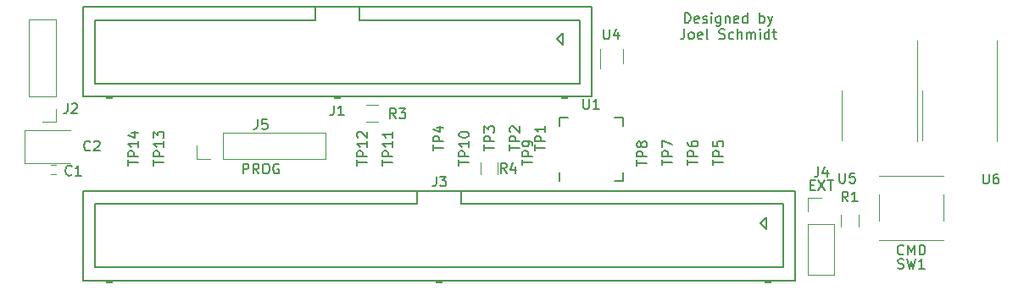
<source format=gbr>
G04 #@! TF.GenerationSoftware,KiCad,Pcbnew,(5.99.0-576-ga860ac506)*
G04 #@! TF.CreationDate,2020-08-23T19:59:58+02:00*
G04 #@! TF.ProjectId,50 pin to 34 pin Floppy Adapter,35302070-696e-4207-946f-203334207069,rev?*
G04 #@! TF.SameCoordinates,Original*
G04 #@! TF.FileFunction,Legend,Top*
G04 #@! TF.FilePolarity,Positive*
%FSLAX46Y46*%
G04 Gerber Fmt 4.6, Leading zero omitted, Abs format (unit mm)*
G04 Created by KiCad (PCBNEW (5.99.0-576-ga860ac506)) date 2020-08-23 19:59:58*
%MOMM*%
%LPD*%
G04 APERTURE LIST*
%ADD10C,0.150000*%
%ADD11C,0.120000*%
G04 APERTURE END LIST*
D10*
X88059166Y-22126380D02*
X88059166Y-21126380D01*
X88297261Y-21126380D01*
X88440119Y-21174000D01*
X88535357Y-21269238D01*
X88582976Y-21364476D01*
X88630595Y-21554952D01*
X88630595Y-21697809D01*
X88582976Y-21888285D01*
X88535357Y-21983523D01*
X88440119Y-22078761D01*
X88297261Y-22126380D01*
X88059166Y-22126380D01*
X89440119Y-22078761D02*
X89344880Y-22126380D01*
X89154404Y-22126380D01*
X89059166Y-22078761D01*
X89011547Y-21983523D01*
X89011547Y-21602571D01*
X89059166Y-21507333D01*
X89154404Y-21459714D01*
X89344880Y-21459714D01*
X89440119Y-21507333D01*
X89487738Y-21602571D01*
X89487738Y-21697809D01*
X89011547Y-21793047D01*
X89868690Y-22078761D02*
X89963928Y-22126380D01*
X90154404Y-22126380D01*
X90249642Y-22078761D01*
X90297261Y-21983523D01*
X90297261Y-21935904D01*
X90249642Y-21840666D01*
X90154404Y-21793047D01*
X90011547Y-21793047D01*
X89916309Y-21745428D01*
X89868690Y-21650190D01*
X89868690Y-21602571D01*
X89916309Y-21507333D01*
X90011547Y-21459714D01*
X90154404Y-21459714D01*
X90249642Y-21507333D01*
X90725833Y-22126380D02*
X90725833Y-21459714D01*
X90725833Y-21126380D02*
X90678214Y-21174000D01*
X90725833Y-21221619D01*
X90773452Y-21174000D01*
X90725833Y-21126380D01*
X90725833Y-21221619D01*
X91630595Y-21459714D02*
X91630595Y-22269238D01*
X91582976Y-22364476D01*
X91535357Y-22412095D01*
X91440119Y-22459714D01*
X91297261Y-22459714D01*
X91202023Y-22412095D01*
X91630595Y-22078761D02*
X91535357Y-22126380D01*
X91344880Y-22126380D01*
X91249642Y-22078761D01*
X91202023Y-22031142D01*
X91154404Y-21935904D01*
X91154404Y-21650190D01*
X91202023Y-21554952D01*
X91249642Y-21507333D01*
X91344880Y-21459714D01*
X91535357Y-21459714D01*
X91630595Y-21507333D01*
X92106785Y-21459714D02*
X92106785Y-22126380D01*
X92106785Y-21554952D02*
X92154404Y-21507333D01*
X92249642Y-21459714D01*
X92392500Y-21459714D01*
X92487738Y-21507333D01*
X92535357Y-21602571D01*
X92535357Y-22126380D01*
X93392500Y-22078761D02*
X93297261Y-22126380D01*
X93106785Y-22126380D01*
X93011547Y-22078761D01*
X92963928Y-21983523D01*
X92963928Y-21602571D01*
X93011547Y-21507333D01*
X93106785Y-21459714D01*
X93297261Y-21459714D01*
X93392500Y-21507333D01*
X93440119Y-21602571D01*
X93440119Y-21697809D01*
X92963928Y-21793047D01*
X94297261Y-22126380D02*
X94297261Y-21126380D01*
X94297261Y-22078761D02*
X94202023Y-22126380D01*
X94011547Y-22126380D01*
X93916309Y-22078761D01*
X93868690Y-22031142D01*
X93821071Y-21935904D01*
X93821071Y-21650190D01*
X93868690Y-21554952D01*
X93916309Y-21507333D01*
X94011547Y-21459714D01*
X94202023Y-21459714D01*
X94297261Y-21507333D01*
X95535357Y-22126380D02*
X95535357Y-21126380D01*
X95535357Y-21507333D02*
X95630595Y-21459714D01*
X95821071Y-21459714D01*
X95916309Y-21507333D01*
X95963928Y-21554952D01*
X96011547Y-21650190D01*
X96011547Y-21935904D01*
X95963928Y-22031142D01*
X95916309Y-22078761D01*
X95821071Y-22126380D01*
X95630595Y-22126380D01*
X95535357Y-22078761D01*
X96344880Y-21459714D02*
X96582976Y-22126380D01*
X96821071Y-21459714D02*
X96582976Y-22126380D01*
X96487738Y-22364476D01*
X96440119Y-22412095D01*
X96344880Y-22459714D01*
X88011547Y-22736380D02*
X88011547Y-23450666D01*
X87963928Y-23593523D01*
X87868690Y-23688761D01*
X87725833Y-23736380D01*
X87630595Y-23736380D01*
X88630595Y-23736380D02*
X88535357Y-23688761D01*
X88487738Y-23641142D01*
X88440119Y-23545904D01*
X88440119Y-23260190D01*
X88487738Y-23164952D01*
X88535357Y-23117333D01*
X88630595Y-23069714D01*
X88773452Y-23069714D01*
X88868690Y-23117333D01*
X88916309Y-23164952D01*
X88963928Y-23260190D01*
X88963928Y-23545904D01*
X88916309Y-23641142D01*
X88868690Y-23688761D01*
X88773452Y-23736380D01*
X88630595Y-23736380D01*
X89773452Y-23688761D02*
X89678214Y-23736380D01*
X89487738Y-23736380D01*
X89392500Y-23688761D01*
X89344880Y-23593523D01*
X89344880Y-23212571D01*
X89392500Y-23117333D01*
X89487738Y-23069714D01*
X89678214Y-23069714D01*
X89773452Y-23117333D01*
X89821071Y-23212571D01*
X89821071Y-23307809D01*
X89344880Y-23403047D01*
X90392500Y-23736380D02*
X90297261Y-23688761D01*
X90249642Y-23593523D01*
X90249642Y-22736380D01*
X91487738Y-23688761D02*
X91630595Y-23736380D01*
X91868690Y-23736380D01*
X91963928Y-23688761D01*
X92011547Y-23641142D01*
X92059166Y-23545904D01*
X92059166Y-23450666D01*
X92011547Y-23355428D01*
X91963928Y-23307809D01*
X91868690Y-23260190D01*
X91678214Y-23212571D01*
X91582976Y-23164952D01*
X91535357Y-23117333D01*
X91487738Y-23022095D01*
X91487738Y-22926857D01*
X91535357Y-22831619D01*
X91582976Y-22784000D01*
X91678214Y-22736380D01*
X91916309Y-22736380D01*
X92059166Y-22784000D01*
X92916309Y-23688761D02*
X92821071Y-23736380D01*
X92630595Y-23736380D01*
X92535357Y-23688761D01*
X92487738Y-23641142D01*
X92440119Y-23545904D01*
X92440119Y-23260190D01*
X92487738Y-23164952D01*
X92535357Y-23117333D01*
X92630595Y-23069714D01*
X92821071Y-23069714D01*
X92916309Y-23117333D01*
X93344880Y-23736380D02*
X93344880Y-22736380D01*
X93773452Y-23736380D02*
X93773452Y-23212571D01*
X93725833Y-23117333D01*
X93630595Y-23069714D01*
X93487738Y-23069714D01*
X93392500Y-23117333D01*
X93344880Y-23164952D01*
X94249642Y-23736380D02*
X94249642Y-23069714D01*
X94249642Y-23164952D02*
X94297261Y-23117333D01*
X94392500Y-23069714D01*
X94535357Y-23069714D01*
X94630595Y-23117333D01*
X94678214Y-23212571D01*
X94678214Y-23736380D01*
X94678214Y-23212571D02*
X94725833Y-23117333D01*
X94821071Y-23069714D01*
X94963928Y-23069714D01*
X95059166Y-23117333D01*
X95106785Y-23212571D01*
X95106785Y-23736380D01*
X95582976Y-23736380D02*
X95582976Y-23069714D01*
X95582976Y-22736380D02*
X95535357Y-22784000D01*
X95582976Y-22831619D01*
X95630595Y-22784000D01*
X95582976Y-22736380D01*
X95582976Y-22831619D01*
X96487738Y-23736380D02*
X96487738Y-22736380D01*
X96487738Y-23688761D02*
X96392500Y-23736380D01*
X96202023Y-23736380D01*
X96106785Y-23688761D01*
X96059166Y-23641142D01*
X96011547Y-23545904D01*
X96011547Y-23260190D01*
X96059166Y-23164952D01*
X96106785Y-23117333D01*
X96202023Y-23069714D01*
X96392500Y-23069714D01*
X96487738Y-23117333D01*
X96821071Y-23069714D02*
X97202023Y-23069714D01*
X96963928Y-22736380D02*
X96963928Y-23593523D01*
X97011547Y-23688761D01*
X97106785Y-23736380D01*
X97202023Y-23736380D01*
X43934285Y-37218880D02*
X43934285Y-36218880D01*
X44315238Y-36218880D01*
X44410476Y-36266500D01*
X44458095Y-36314119D01*
X44505714Y-36409357D01*
X44505714Y-36552214D01*
X44458095Y-36647452D01*
X44410476Y-36695071D01*
X44315238Y-36742690D01*
X43934285Y-36742690D01*
X45505714Y-37218880D02*
X45172380Y-36742690D01*
X44934285Y-37218880D02*
X44934285Y-36218880D01*
X45315238Y-36218880D01*
X45410476Y-36266500D01*
X45458095Y-36314119D01*
X45505714Y-36409357D01*
X45505714Y-36552214D01*
X45458095Y-36647452D01*
X45410476Y-36695071D01*
X45315238Y-36742690D01*
X44934285Y-36742690D01*
X46124761Y-36218880D02*
X46315238Y-36218880D01*
X46410476Y-36266500D01*
X46505714Y-36361738D01*
X46553333Y-36552214D01*
X46553333Y-36885547D01*
X46505714Y-37076023D01*
X46410476Y-37171261D01*
X46315238Y-37218880D01*
X46124761Y-37218880D01*
X46029523Y-37171261D01*
X45934285Y-37076023D01*
X45886666Y-36885547D01*
X45886666Y-36552214D01*
X45934285Y-36361738D01*
X46029523Y-36266500D01*
X46124761Y-36218880D01*
X47505714Y-36266500D02*
X47410476Y-36218880D01*
X47267619Y-36218880D01*
X47124761Y-36266500D01*
X47029523Y-36361738D01*
X46981904Y-36456976D01*
X46934285Y-36647452D01*
X46934285Y-36790309D01*
X46981904Y-36980785D01*
X47029523Y-37076023D01*
X47124761Y-37171261D01*
X47267619Y-37218880D01*
X47362857Y-37218880D01*
X47505714Y-37171261D01*
X47553333Y-37123642D01*
X47553333Y-36790309D01*
X47362857Y-36790309D01*
X100592071Y-38346071D02*
X100925404Y-38346071D01*
X101068261Y-38869880D02*
X100592071Y-38869880D01*
X100592071Y-37869880D01*
X101068261Y-37869880D01*
X101401595Y-37869880D02*
X102068261Y-38869880D01*
X102068261Y-37869880D02*
X101401595Y-38869880D01*
X102306357Y-37869880D02*
X102877785Y-37869880D01*
X102592071Y-38869880D02*
X102592071Y-37869880D01*
X109918595Y-45251642D02*
X109870976Y-45299261D01*
X109728119Y-45346880D01*
X109632880Y-45346880D01*
X109490023Y-45299261D01*
X109394785Y-45204023D01*
X109347166Y-45108785D01*
X109299547Y-44918309D01*
X109299547Y-44775452D01*
X109347166Y-44584976D01*
X109394785Y-44489738D01*
X109490023Y-44394500D01*
X109632880Y-44346880D01*
X109728119Y-44346880D01*
X109870976Y-44394500D01*
X109918595Y-44442119D01*
X110347166Y-45346880D02*
X110347166Y-44346880D01*
X110680500Y-45061166D01*
X111013833Y-44346880D01*
X111013833Y-45346880D01*
X111490023Y-45346880D02*
X111490023Y-44346880D01*
X111728119Y-44346880D01*
X111870976Y-44394500D01*
X111966214Y-44489738D01*
X112013833Y-44584976D01*
X112061452Y-44775452D01*
X112061452Y-44918309D01*
X112013833Y-45108785D01*
X111966214Y-45204023D01*
X111870976Y-45299261D01*
X111728119Y-45346880D01*
X111490023Y-45346880D01*
D11*
X81932000Y-26163500D02*
X81932000Y-24763500D01*
X79612000Y-24763500D02*
X79612000Y-26663500D01*
D10*
X99050000Y-38964000D02*
X99050000Y-47904000D01*
X99050000Y-47904000D02*
X27950000Y-47904000D01*
X27950000Y-47904000D02*
X27950000Y-38964000D01*
X27950000Y-38964000D02*
X99050000Y-38964000D01*
X65725000Y-38964000D02*
X65725000Y-40264000D01*
X65725000Y-40264000D02*
X97850000Y-40264000D01*
X97850000Y-40264000D02*
X97850000Y-46604000D01*
X97850000Y-46604000D02*
X29150000Y-46604000D01*
X29150000Y-46604000D02*
X29150000Y-40264000D01*
X29150000Y-40264000D02*
X61275000Y-40264000D01*
X61275000Y-40264000D02*
X61275000Y-38964000D01*
X63750000Y-47904000D02*
X63750000Y-48104000D01*
X63750000Y-48104000D02*
X63250000Y-48104000D01*
X63250000Y-48104000D02*
X63250000Y-47904000D01*
X63750000Y-48004000D02*
X63250000Y-48004000D01*
X30870000Y-47904000D02*
X30870000Y-48104000D01*
X30870000Y-48104000D02*
X30370000Y-48104000D01*
X30370000Y-48104000D02*
X30370000Y-47904000D01*
X30870000Y-48004000D02*
X30370000Y-48004000D01*
X96630000Y-47904000D02*
X96630000Y-48104000D01*
X96630000Y-48104000D02*
X96130000Y-48104000D01*
X96130000Y-48104000D02*
X96130000Y-47904000D01*
X96630000Y-48004000D02*
X96130000Y-48004000D01*
X96180000Y-41564000D02*
X96180000Y-42764000D01*
X96180000Y-42764000D02*
X95580000Y-42164000D01*
X95580000Y-42164000D02*
X96180000Y-41564000D01*
D11*
X22155500Y-32830500D02*
X22155500Y-36130500D01*
X22155500Y-36130500D02*
X26705500Y-36130500D01*
X22155500Y-32830500D02*
X26705500Y-32830500D01*
X24705500Y-37300000D02*
X25205500Y-37300000D01*
X25205500Y-36360000D02*
X24705500Y-36360000D01*
X39310000Y-35747000D02*
X39310000Y-34417000D01*
X40640000Y-35747000D02*
X39310000Y-35747000D01*
X41910000Y-35747000D02*
X41910000Y-33087000D01*
X41910000Y-33087000D02*
X52130000Y-33087000D01*
X41910000Y-35747000D02*
X52130000Y-35747000D01*
X52130000Y-35747000D02*
X52130000Y-33087000D01*
X69396500Y-36105500D02*
X69396500Y-37305500D01*
X67636500Y-37305500D02*
X67636500Y-36105500D01*
X57432500Y-32058500D02*
X56232500Y-32058500D01*
X56232500Y-30298500D02*
X57432500Y-30298500D01*
X103641000Y-42510000D02*
X103641000Y-41310000D01*
X105401000Y-41310000D02*
X105401000Y-42510000D01*
X111770000Y-33919500D02*
X111770000Y-28919500D01*
X119260000Y-23869500D02*
X119260000Y-33989500D01*
X103769000Y-33919500D02*
X103769000Y-28919500D01*
X111259000Y-23869500D02*
X111259000Y-33989500D01*
X107450500Y-43870000D02*
X107450500Y-43840000D01*
X107450500Y-37410000D02*
X107450500Y-37440000D01*
X113910500Y-37410000D02*
X113910500Y-37440000D01*
X113910500Y-43840000D02*
X113910500Y-43870000D01*
X107450500Y-41940000D02*
X107450500Y-39340000D01*
X113910500Y-43870000D02*
X107450500Y-43870000D01*
X113910500Y-41940000D02*
X113910500Y-39340000D01*
X113910500Y-37410000D02*
X107450500Y-37410000D01*
D10*
X75566750Y-31624750D02*
X76356750Y-31624750D01*
X81866750Y-37924750D02*
X81076750Y-37924750D01*
X81866750Y-31624750D02*
X81076750Y-31624750D01*
X75566750Y-37924750D02*
X75566750Y-37134750D01*
X81866750Y-37924750D02*
X81866750Y-37134750D01*
X81866750Y-31624750D02*
X81866750Y-32414750D01*
X75566750Y-31624750D02*
X75566750Y-32414750D01*
X78730000Y-20550000D02*
X78730000Y-29490000D01*
X78730000Y-29490000D02*
X27950000Y-29490000D01*
X27950000Y-29490000D02*
X27950000Y-20550000D01*
X27950000Y-20550000D02*
X78730000Y-20550000D01*
X55565000Y-20550000D02*
X55565000Y-21850000D01*
X55565000Y-21850000D02*
X77530000Y-21850000D01*
X77530000Y-21850000D02*
X77530000Y-28190000D01*
X77530000Y-28190000D02*
X29150000Y-28190000D01*
X29150000Y-28190000D02*
X29150000Y-21850000D01*
X29150000Y-21850000D02*
X51115000Y-21850000D01*
X51115000Y-21850000D02*
X51115000Y-20550000D01*
X53590000Y-29490000D02*
X53590000Y-29690000D01*
X53590000Y-29690000D02*
X53090000Y-29690000D01*
X53090000Y-29690000D02*
X53090000Y-29490000D01*
X53590000Y-29590000D02*
X53090000Y-29590000D01*
X30870000Y-29490000D02*
X30870000Y-29690000D01*
X30870000Y-29690000D02*
X30370000Y-29690000D01*
X30370000Y-29690000D02*
X30370000Y-29490000D01*
X30870000Y-29590000D02*
X30370000Y-29590000D01*
X76310000Y-29490000D02*
X76310000Y-29690000D01*
X76310000Y-29690000D02*
X75810000Y-29690000D01*
X75810000Y-29690000D02*
X75810000Y-29490000D01*
X76310000Y-29590000D02*
X75810000Y-29590000D01*
X75860000Y-23150000D02*
X75860000Y-24350000D01*
X75860000Y-24350000D02*
X75260000Y-23750000D01*
X75260000Y-23750000D02*
X75860000Y-23150000D01*
D11*
X25206000Y-32064000D02*
X23876000Y-32064000D01*
X25206000Y-30734000D02*
X25206000Y-32064000D01*
X25206000Y-29464000D02*
X22546000Y-29464000D01*
X22546000Y-29464000D02*
X22546000Y-21784000D01*
X25206000Y-29464000D02*
X25206000Y-21784000D01*
X25206000Y-21784000D02*
X22546000Y-21784000D01*
X100333500Y-39627500D02*
X101663500Y-39627500D01*
X100333500Y-40957500D02*
X100333500Y-39627500D01*
X100333500Y-42227500D02*
X102993500Y-42227500D01*
X102993500Y-42227500D02*
X102993500Y-47367500D01*
X100333500Y-42227500D02*
X100333500Y-47367500D01*
X100333500Y-47367500D02*
X102993500Y-47367500D01*
D10*
X79946595Y-22756880D02*
X79946595Y-23566404D01*
X79994214Y-23661642D01*
X80041833Y-23709261D01*
X80137071Y-23756880D01*
X80327547Y-23756880D01*
X80422785Y-23709261D01*
X80470404Y-23661642D01*
X80518023Y-23566404D01*
X80518023Y-22756880D01*
X81422785Y-23090214D02*
X81422785Y-23756880D01*
X81184690Y-22709261D02*
X80946595Y-23423547D01*
X81565642Y-23423547D01*
X70572380Y-34916904D02*
X70572380Y-34345476D01*
X71572380Y-34631190D02*
X70572380Y-34631190D01*
X71572380Y-34012142D02*
X70572380Y-34012142D01*
X70572380Y-33631190D01*
X70620000Y-33535952D01*
X70667619Y-33488333D01*
X70762857Y-33440714D01*
X70905714Y-33440714D01*
X71000952Y-33488333D01*
X71048571Y-33535952D01*
X71096190Y-33631190D01*
X71096190Y-34012142D01*
X70667619Y-33059761D02*
X70620000Y-33012142D01*
X70572380Y-32916904D01*
X70572380Y-32678809D01*
X70620000Y-32583571D01*
X70667619Y-32535952D01*
X70762857Y-32488333D01*
X70858095Y-32488333D01*
X71000952Y-32535952D01*
X71572380Y-33107380D01*
X71572380Y-32488333D01*
X63230166Y-37488880D02*
X63230166Y-38203166D01*
X63182547Y-38346023D01*
X63087309Y-38441261D01*
X62944452Y-38488880D01*
X62849214Y-38488880D01*
X63611119Y-37488880D02*
X64230166Y-37488880D01*
X63896833Y-37869833D01*
X64039690Y-37869833D01*
X64134928Y-37917452D01*
X64182547Y-37965071D01*
X64230166Y-38060309D01*
X64230166Y-38298404D01*
X64182547Y-38393642D01*
X64134928Y-38441261D01*
X64039690Y-38488880D01*
X63753976Y-38488880D01*
X63658738Y-38441261D01*
X63611119Y-38393642D01*
X28662333Y-34837642D02*
X28614714Y-34885261D01*
X28471857Y-34932880D01*
X28376619Y-34932880D01*
X28233761Y-34885261D01*
X28138523Y-34790023D01*
X28090904Y-34694785D01*
X28043285Y-34504309D01*
X28043285Y-34361452D01*
X28090904Y-34170976D01*
X28138523Y-34075738D01*
X28233761Y-33980500D01*
X28376619Y-33932880D01*
X28471857Y-33932880D01*
X28614714Y-33980500D01*
X28662333Y-34028119D01*
X29043285Y-34028119D02*
X29090904Y-33980500D01*
X29186142Y-33932880D01*
X29424238Y-33932880D01*
X29519476Y-33980500D01*
X29567095Y-34028119D01*
X29614714Y-34123357D01*
X29614714Y-34218595D01*
X29567095Y-34361452D01*
X28995666Y-34932880D01*
X29614714Y-34932880D01*
X26820833Y-37314142D02*
X26773214Y-37361761D01*
X26630357Y-37409380D01*
X26535119Y-37409380D01*
X26392261Y-37361761D01*
X26297023Y-37266523D01*
X26249404Y-37171285D01*
X26201785Y-36980809D01*
X26201785Y-36837952D01*
X26249404Y-36647476D01*
X26297023Y-36552238D01*
X26392261Y-36457000D01*
X26535119Y-36409380D01*
X26630357Y-36409380D01*
X26773214Y-36457000D01*
X26820833Y-36504619D01*
X27773214Y-37409380D02*
X27201785Y-37409380D01*
X27487500Y-37409380D02*
X27487500Y-36409380D01*
X27392261Y-36552238D01*
X27297023Y-36647476D01*
X27201785Y-36695095D01*
X45386666Y-31773880D02*
X45386666Y-32488166D01*
X45339047Y-32631023D01*
X45243809Y-32726261D01*
X45100952Y-32773880D01*
X45005714Y-32773880D01*
X46339047Y-31773880D02*
X45862857Y-31773880D01*
X45815238Y-32250071D01*
X45862857Y-32202452D01*
X45958095Y-32154833D01*
X46196190Y-32154833D01*
X46291428Y-32202452D01*
X46339047Y-32250071D01*
X46386666Y-32345309D01*
X46386666Y-32583404D01*
X46339047Y-32678642D01*
X46291428Y-32726261D01*
X46196190Y-32773880D01*
X45958095Y-32773880D01*
X45862857Y-32726261D01*
X45815238Y-32678642D01*
X70254833Y-37155380D02*
X69921500Y-36679190D01*
X69683404Y-37155380D02*
X69683404Y-36155380D01*
X70064357Y-36155380D01*
X70159595Y-36203000D01*
X70207214Y-36250619D01*
X70254833Y-36345857D01*
X70254833Y-36488714D01*
X70207214Y-36583952D01*
X70159595Y-36631571D01*
X70064357Y-36679190D01*
X69683404Y-36679190D01*
X71111976Y-36488714D02*
X71111976Y-37155380D01*
X70873880Y-36107761D02*
X70635785Y-36822047D01*
X71254833Y-36822047D01*
X59205833Y-31694380D02*
X58872500Y-31218190D01*
X58634404Y-31694380D02*
X58634404Y-30694380D01*
X59015357Y-30694380D01*
X59110595Y-30742000D01*
X59158214Y-30789619D01*
X59205833Y-30884857D01*
X59205833Y-31027714D01*
X59158214Y-31122952D01*
X59110595Y-31170571D01*
X59015357Y-31218190D01*
X58634404Y-31218190D01*
X59539166Y-30694380D02*
X60158214Y-30694380D01*
X59824880Y-31075333D01*
X59967738Y-31075333D01*
X60062976Y-31122952D01*
X60110595Y-31170571D01*
X60158214Y-31265809D01*
X60158214Y-31503904D01*
X60110595Y-31599142D01*
X60062976Y-31646761D01*
X59967738Y-31694380D01*
X59682023Y-31694380D01*
X59586785Y-31646761D01*
X59539166Y-31599142D01*
X104354333Y-40015380D02*
X104021000Y-39539190D01*
X103782904Y-40015380D02*
X103782904Y-39015380D01*
X104163857Y-39015380D01*
X104259095Y-39063000D01*
X104306714Y-39110619D01*
X104354333Y-39205857D01*
X104354333Y-39348714D01*
X104306714Y-39443952D01*
X104259095Y-39491571D01*
X104163857Y-39539190D01*
X103782904Y-39539190D01*
X105306714Y-40015380D02*
X104735285Y-40015380D01*
X105021000Y-40015380D02*
X105021000Y-39015380D01*
X104925761Y-39158238D01*
X104830523Y-39253476D01*
X104735285Y-39301095D01*
X117856095Y-37234880D02*
X117856095Y-38044404D01*
X117903714Y-38139642D01*
X117951333Y-38187261D01*
X118046571Y-38234880D01*
X118237047Y-38234880D01*
X118332285Y-38187261D01*
X118379904Y-38139642D01*
X118427523Y-38044404D01*
X118427523Y-37234880D01*
X119332285Y-37234880D02*
X119141809Y-37234880D01*
X119046571Y-37282500D01*
X118998952Y-37330119D01*
X118903714Y-37472976D01*
X118856095Y-37663452D01*
X118856095Y-38044404D01*
X118903714Y-38139642D01*
X118951333Y-38187261D01*
X119046571Y-38234880D01*
X119237047Y-38234880D01*
X119332285Y-38187261D01*
X119379904Y-38139642D01*
X119427523Y-38044404D01*
X119427523Y-37806309D01*
X119379904Y-37711071D01*
X119332285Y-37663452D01*
X119237047Y-37615833D01*
X119046571Y-37615833D01*
X118951333Y-37663452D01*
X118903714Y-37711071D01*
X118856095Y-37806309D01*
X103505095Y-37171380D02*
X103505095Y-37980904D01*
X103552714Y-38076142D01*
X103600333Y-38123761D01*
X103695571Y-38171380D01*
X103886047Y-38171380D01*
X103981285Y-38123761D01*
X104028904Y-38076142D01*
X104076523Y-37980904D01*
X104076523Y-37171380D01*
X105028904Y-37171380D02*
X104552714Y-37171380D01*
X104505095Y-37647571D01*
X104552714Y-37599952D01*
X104647952Y-37552333D01*
X104886047Y-37552333D01*
X104981285Y-37599952D01*
X105028904Y-37647571D01*
X105076523Y-37742809D01*
X105076523Y-37980904D01*
X105028904Y-38076142D01*
X104981285Y-38123761D01*
X104886047Y-38171380D01*
X104647952Y-38171380D01*
X104552714Y-38123761D01*
X104505095Y-38076142D01*
X109347166Y-46696261D02*
X109490023Y-46743880D01*
X109728119Y-46743880D01*
X109823357Y-46696261D01*
X109870976Y-46648642D01*
X109918595Y-46553404D01*
X109918595Y-46458166D01*
X109870976Y-46362928D01*
X109823357Y-46315309D01*
X109728119Y-46267690D01*
X109537642Y-46220071D01*
X109442404Y-46172452D01*
X109394785Y-46124833D01*
X109347166Y-46029595D01*
X109347166Y-45934357D01*
X109394785Y-45839119D01*
X109442404Y-45791500D01*
X109537642Y-45743880D01*
X109775738Y-45743880D01*
X109918595Y-45791500D01*
X110251928Y-45743880D02*
X110490023Y-46743880D01*
X110680500Y-46029595D01*
X110870976Y-46743880D01*
X111109071Y-45743880D01*
X112013833Y-46743880D02*
X111442404Y-46743880D01*
X111728119Y-46743880D02*
X111728119Y-45743880D01*
X111632880Y-45886738D01*
X111537642Y-45981976D01*
X111442404Y-46029595D01*
X77914595Y-29741880D02*
X77914595Y-30551404D01*
X77962214Y-30646642D01*
X78009833Y-30694261D01*
X78105071Y-30741880D01*
X78295547Y-30741880D01*
X78390785Y-30694261D01*
X78438404Y-30646642D01*
X78486023Y-30551404D01*
X78486023Y-29741880D01*
X79486023Y-30741880D02*
X78914595Y-30741880D01*
X79200309Y-30741880D02*
X79200309Y-29741880D01*
X79105071Y-29884738D01*
X79009833Y-29979976D01*
X78914595Y-30027595D01*
X53006666Y-30376880D02*
X53006666Y-31091166D01*
X52959047Y-31234023D01*
X52863809Y-31329261D01*
X52720952Y-31376880D01*
X52625714Y-31376880D01*
X54006666Y-31376880D02*
X53435238Y-31376880D01*
X53720952Y-31376880D02*
X53720952Y-30376880D01*
X53625714Y-30519738D01*
X53530476Y-30614976D01*
X53435238Y-30662595D01*
X26400166Y-30186380D02*
X26400166Y-30900666D01*
X26352547Y-31043523D01*
X26257309Y-31138761D01*
X26114452Y-31186380D01*
X26019214Y-31186380D01*
X26828738Y-30281619D02*
X26876357Y-30234000D01*
X26971595Y-30186380D01*
X27209690Y-30186380D01*
X27304928Y-30234000D01*
X27352547Y-30281619D01*
X27400166Y-30376857D01*
X27400166Y-30472095D01*
X27352547Y-30614952D01*
X26781119Y-31186380D01*
X27400166Y-31186380D01*
X32472380Y-36409095D02*
X32472380Y-35837666D01*
X33472380Y-36123380D02*
X32472380Y-36123380D01*
X33472380Y-35504333D02*
X32472380Y-35504333D01*
X32472380Y-35123380D01*
X32520000Y-35028142D01*
X32567619Y-34980523D01*
X32662857Y-34932904D01*
X32805714Y-34932904D01*
X32900952Y-34980523D01*
X32948571Y-35028142D01*
X32996190Y-35123380D01*
X32996190Y-35504333D01*
X33472380Y-33980523D02*
X33472380Y-34551952D01*
X33472380Y-34266238D02*
X32472380Y-34266238D01*
X32615238Y-34361476D01*
X32710476Y-34456714D01*
X32758095Y-34551952D01*
X32805714Y-33123380D02*
X33472380Y-33123380D01*
X32424761Y-33361476D02*
X33139047Y-33599571D01*
X33139047Y-32980523D01*
X35012380Y-36409095D02*
X35012380Y-35837666D01*
X36012380Y-36123380D02*
X35012380Y-36123380D01*
X36012380Y-35504333D02*
X35012380Y-35504333D01*
X35012380Y-35123380D01*
X35060000Y-35028142D01*
X35107619Y-34980523D01*
X35202857Y-34932904D01*
X35345714Y-34932904D01*
X35440952Y-34980523D01*
X35488571Y-35028142D01*
X35536190Y-35123380D01*
X35536190Y-35504333D01*
X36012380Y-33980523D02*
X36012380Y-34551952D01*
X36012380Y-34266238D02*
X35012380Y-34266238D01*
X35155238Y-34361476D01*
X35250476Y-34456714D01*
X35298095Y-34551952D01*
X35012380Y-33647190D02*
X35012380Y-33028142D01*
X35393333Y-33361476D01*
X35393333Y-33218619D01*
X35440952Y-33123380D01*
X35488571Y-33075761D01*
X35583809Y-33028142D01*
X35821904Y-33028142D01*
X35917142Y-33075761D01*
X35964761Y-33123380D01*
X36012380Y-33218619D01*
X36012380Y-33504333D01*
X35964761Y-33599571D01*
X35917142Y-33647190D01*
X55332380Y-36409095D02*
X55332380Y-35837666D01*
X56332380Y-36123380D02*
X55332380Y-36123380D01*
X56332380Y-35504333D02*
X55332380Y-35504333D01*
X55332380Y-35123380D01*
X55380000Y-35028142D01*
X55427619Y-34980523D01*
X55522857Y-34932904D01*
X55665714Y-34932904D01*
X55760952Y-34980523D01*
X55808571Y-35028142D01*
X55856190Y-35123380D01*
X55856190Y-35504333D01*
X56332380Y-33980523D02*
X56332380Y-34551952D01*
X56332380Y-34266238D02*
X55332380Y-34266238D01*
X55475238Y-34361476D01*
X55570476Y-34456714D01*
X55618095Y-34551952D01*
X55427619Y-33599571D02*
X55380000Y-33551952D01*
X55332380Y-33456714D01*
X55332380Y-33218619D01*
X55380000Y-33123380D01*
X55427619Y-33075761D01*
X55522857Y-33028142D01*
X55618095Y-33028142D01*
X55760952Y-33075761D01*
X56332380Y-33647190D01*
X56332380Y-33028142D01*
X57872380Y-36409095D02*
X57872380Y-35837666D01*
X58872380Y-36123380D02*
X57872380Y-36123380D01*
X58872380Y-35504333D02*
X57872380Y-35504333D01*
X57872380Y-35123380D01*
X57920000Y-35028142D01*
X57967619Y-34980523D01*
X58062857Y-34932904D01*
X58205714Y-34932904D01*
X58300952Y-34980523D01*
X58348571Y-35028142D01*
X58396190Y-35123380D01*
X58396190Y-35504333D01*
X58872380Y-33980523D02*
X58872380Y-34551952D01*
X58872380Y-34266238D02*
X57872380Y-34266238D01*
X58015238Y-34361476D01*
X58110476Y-34456714D01*
X58158095Y-34551952D01*
X58872380Y-33028142D02*
X58872380Y-33599571D01*
X58872380Y-33313857D02*
X57872380Y-33313857D01*
X58015238Y-33409095D01*
X58110476Y-33504333D01*
X58158095Y-33599571D01*
X65492380Y-36409095D02*
X65492380Y-35837666D01*
X66492380Y-36123380D02*
X65492380Y-36123380D01*
X66492380Y-35504333D02*
X65492380Y-35504333D01*
X65492380Y-35123380D01*
X65540000Y-35028142D01*
X65587619Y-34980523D01*
X65682857Y-34932904D01*
X65825714Y-34932904D01*
X65920952Y-34980523D01*
X65968571Y-35028142D01*
X66016190Y-35123380D01*
X66016190Y-35504333D01*
X66492380Y-33980523D02*
X66492380Y-34551952D01*
X66492380Y-34266238D02*
X65492380Y-34266238D01*
X65635238Y-34361476D01*
X65730476Y-34456714D01*
X65778095Y-34551952D01*
X65492380Y-33361476D02*
X65492380Y-33266238D01*
X65540000Y-33171000D01*
X65587619Y-33123380D01*
X65682857Y-33075761D01*
X65873333Y-33028142D01*
X66111428Y-33028142D01*
X66301904Y-33075761D01*
X66397142Y-33123380D01*
X66444761Y-33171000D01*
X66492380Y-33266238D01*
X66492380Y-33361476D01*
X66444761Y-33456714D01*
X66397142Y-33504333D01*
X66301904Y-33551952D01*
X66111428Y-33599571D01*
X65873333Y-33599571D01*
X65682857Y-33551952D01*
X65587619Y-33504333D01*
X65540000Y-33456714D01*
X65492380Y-33361476D01*
X71842380Y-36377404D02*
X71842380Y-35805976D01*
X72842380Y-36091690D02*
X71842380Y-36091690D01*
X72842380Y-35472642D02*
X71842380Y-35472642D01*
X71842380Y-35091690D01*
X71890000Y-34996452D01*
X71937619Y-34948833D01*
X72032857Y-34901214D01*
X72175714Y-34901214D01*
X72270952Y-34948833D01*
X72318571Y-34996452D01*
X72366190Y-35091690D01*
X72366190Y-35472642D01*
X72842380Y-34425023D02*
X72842380Y-34234547D01*
X72794761Y-34139309D01*
X72747142Y-34091690D01*
X72604285Y-33996452D01*
X72413809Y-33948833D01*
X72032857Y-33948833D01*
X71937619Y-33996452D01*
X71890000Y-34044071D01*
X71842380Y-34139309D01*
X71842380Y-34329785D01*
X71890000Y-34425023D01*
X71937619Y-34472642D01*
X72032857Y-34520261D01*
X72270952Y-34520261D01*
X72366190Y-34472642D01*
X72413809Y-34425023D01*
X72461428Y-34329785D01*
X72461428Y-34139309D01*
X72413809Y-34044071D01*
X72366190Y-33996452D01*
X72270952Y-33948833D01*
X83272380Y-36440904D02*
X83272380Y-35869476D01*
X84272380Y-36155190D02*
X83272380Y-36155190D01*
X84272380Y-35536142D02*
X83272380Y-35536142D01*
X83272380Y-35155190D01*
X83320000Y-35059952D01*
X83367619Y-35012333D01*
X83462857Y-34964714D01*
X83605714Y-34964714D01*
X83700952Y-35012333D01*
X83748571Y-35059952D01*
X83796190Y-35155190D01*
X83796190Y-35536142D01*
X83700952Y-34393285D02*
X83653333Y-34488523D01*
X83605714Y-34536142D01*
X83510476Y-34583761D01*
X83462857Y-34583761D01*
X83367619Y-34536142D01*
X83320000Y-34488523D01*
X83272380Y-34393285D01*
X83272380Y-34202809D01*
X83320000Y-34107571D01*
X83367619Y-34059952D01*
X83462857Y-34012333D01*
X83510476Y-34012333D01*
X83605714Y-34059952D01*
X83653333Y-34107571D01*
X83700952Y-34202809D01*
X83700952Y-34393285D01*
X83748571Y-34488523D01*
X83796190Y-34536142D01*
X83891428Y-34583761D01*
X84081904Y-34583761D01*
X84177142Y-34536142D01*
X84224761Y-34488523D01*
X84272380Y-34393285D01*
X84272380Y-34202809D01*
X84224761Y-34107571D01*
X84177142Y-34059952D01*
X84081904Y-34012333D01*
X83891428Y-34012333D01*
X83796190Y-34059952D01*
X83748571Y-34107571D01*
X83700952Y-34202809D01*
X85812380Y-36377404D02*
X85812380Y-35805976D01*
X86812380Y-36091690D02*
X85812380Y-36091690D01*
X86812380Y-35472642D02*
X85812380Y-35472642D01*
X85812380Y-35091690D01*
X85860000Y-34996452D01*
X85907619Y-34948833D01*
X86002857Y-34901214D01*
X86145714Y-34901214D01*
X86240952Y-34948833D01*
X86288571Y-34996452D01*
X86336190Y-35091690D01*
X86336190Y-35472642D01*
X85812380Y-34567880D02*
X85812380Y-33901214D01*
X86812380Y-34329785D01*
X88352380Y-36377404D02*
X88352380Y-35805976D01*
X89352380Y-36091690D02*
X88352380Y-36091690D01*
X89352380Y-35472642D02*
X88352380Y-35472642D01*
X88352380Y-35091690D01*
X88400000Y-34996452D01*
X88447619Y-34948833D01*
X88542857Y-34901214D01*
X88685714Y-34901214D01*
X88780952Y-34948833D01*
X88828571Y-34996452D01*
X88876190Y-35091690D01*
X88876190Y-35472642D01*
X88352380Y-34044071D02*
X88352380Y-34234547D01*
X88400000Y-34329785D01*
X88447619Y-34377404D01*
X88590476Y-34472642D01*
X88780952Y-34520261D01*
X89161904Y-34520261D01*
X89257142Y-34472642D01*
X89304761Y-34425023D01*
X89352380Y-34329785D01*
X89352380Y-34139309D01*
X89304761Y-34044071D01*
X89257142Y-33996452D01*
X89161904Y-33948833D01*
X88923809Y-33948833D01*
X88828571Y-33996452D01*
X88780952Y-34044071D01*
X88733333Y-34139309D01*
X88733333Y-34329785D01*
X88780952Y-34425023D01*
X88828571Y-34472642D01*
X88923809Y-34520261D01*
X90892380Y-36377404D02*
X90892380Y-35805976D01*
X91892380Y-36091690D02*
X90892380Y-36091690D01*
X91892380Y-35472642D02*
X90892380Y-35472642D01*
X90892380Y-35091690D01*
X90940000Y-34996452D01*
X90987619Y-34948833D01*
X91082857Y-34901214D01*
X91225714Y-34901214D01*
X91320952Y-34948833D01*
X91368571Y-34996452D01*
X91416190Y-35091690D01*
X91416190Y-35472642D01*
X90892380Y-33996452D02*
X90892380Y-34472642D01*
X91368571Y-34520261D01*
X91320952Y-34472642D01*
X91273333Y-34377404D01*
X91273333Y-34139309D01*
X91320952Y-34044071D01*
X91368571Y-33996452D01*
X91463809Y-33948833D01*
X91701904Y-33948833D01*
X91797142Y-33996452D01*
X91844761Y-34044071D01*
X91892380Y-34139309D01*
X91892380Y-34377404D01*
X91844761Y-34472642D01*
X91797142Y-34520261D01*
X62952380Y-34916904D02*
X62952380Y-34345476D01*
X63952380Y-34631190D02*
X62952380Y-34631190D01*
X63952380Y-34012142D02*
X62952380Y-34012142D01*
X62952380Y-33631190D01*
X63000000Y-33535952D01*
X63047619Y-33488333D01*
X63142857Y-33440714D01*
X63285714Y-33440714D01*
X63380952Y-33488333D01*
X63428571Y-33535952D01*
X63476190Y-33631190D01*
X63476190Y-34012142D01*
X63285714Y-32583571D02*
X63952380Y-32583571D01*
X62904761Y-32821666D02*
X63619047Y-33059761D01*
X63619047Y-32440714D01*
X68032380Y-34916904D02*
X68032380Y-34345476D01*
X69032380Y-34631190D02*
X68032380Y-34631190D01*
X69032380Y-34012142D02*
X68032380Y-34012142D01*
X68032380Y-33631190D01*
X68080000Y-33535952D01*
X68127619Y-33488333D01*
X68222857Y-33440714D01*
X68365714Y-33440714D01*
X68460952Y-33488333D01*
X68508571Y-33535952D01*
X68556190Y-33631190D01*
X68556190Y-34012142D01*
X68032380Y-33107380D02*
X68032380Y-32488333D01*
X68413333Y-32821666D01*
X68413333Y-32678809D01*
X68460952Y-32583571D01*
X68508571Y-32535952D01*
X68603809Y-32488333D01*
X68841904Y-32488333D01*
X68937142Y-32535952D01*
X68984761Y-32583571D01*
X69032380Y-32678809D01*
X69032380Y-32964523D01*
X68984761Y-33059761D01*
X68937142Y-33107380D01*
X73112380Y-34916904D02*
X73112380Y-34345476D01*
X74112380Y-34631190D02*
X73112380Y-34631190D01*
X74112380Y-34012142D02*
X73112380Y-34012142D01*
X73112380Y-33631190D01*
X73160000Y-33535952D01*
X73207619Y-33488333D01*
X73302857Y-33440714D01*
X73445714Y-33440714D01*
X73540952Y-33488333D01*
X73588571Y-33535952D01*
X73636190Y-33631190D01*
X73636190Y-34012142D01*
X74112380Y-32488333D02*
X74112380Y-33059761D01*
X74112380Y-32774047D02*
X73112380Y-32774047D01*
X73255238Y-32869285D01*
X73350476Y-32964523D01*
X73398095Y-33059761D01*
X101393666Y-36536380D02*
X101393666Y-37250666D01*
X101346047Y-37393523D01*
X101250809Y-37488761D01*
X101107952Y-37536380D01*
X101012714Y-37536380D01*
X102298428Y-36869714D02*
X102298428Y-37536380D01*
X102060333Y-36488761D02*
X101822238Y-37203047D01*
X102441285Y-37203047D01*
M02*

</source>
